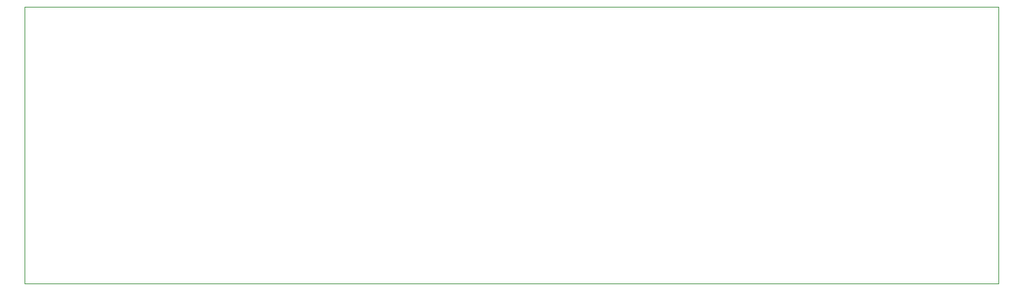
<source format=gbr>
%TF.GenerationSoftware,KiCad,Pcbnew,(7.0.0)*%
%TF.CreationDate,2023-03-30T09:23:00-07:00*%
%TF.ProjectId,europower_board,6575726f-706f-4776-9572-5f626f617264,rev?*%
%TF.SameCoordinates,Original*%
%TF.FileFunction,Profile,NP*%
%FSLAX46Y46*%
G04 Gerber Fmt 4.6, Leading zero omitted, Abs format (unit mm)*
G04 Created by KiCad (PCBNEW (7.0.0)) date 2023-03-30 09:23:00*
%MOMM*%
%LPD*%
G01*
G04 APERTURE LIST*
%TA.AperFunction,Profile*%
%ADD10C,0.100000*%
%TD*%
G04 APERTURE END LIST*
D10*
X26350000Y-18660000D02*
X147150000Y-18660000D01*
X147150000Y-18660000D02*
X147150000Y-52960000D01*
X147150000Y-52960000D02*
X26350000Y-52960000D01*
X26350000Y-52960000D02*
X26350000Y-18660000D01*
M02*

</source>
